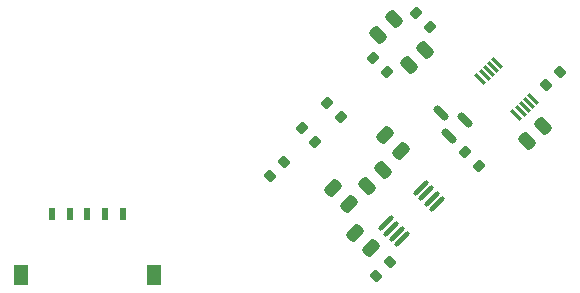
<source format=gbr>
%TF.GenerationSoftware,KiCad,Pcbnew,(6.0.9)*%
%TF.CreationDate,2023-03-28T01:31:43-07:00*%
%TF.ProjectId,solar-panel-side-Z,736f6c61-722d-4706-916e-656c2d736964,3.1*%
%TF.SameCoordinates,Original*%
%TF.FileFunction,Paste,Bot*%
%TF.FilePolarity,Positive*%
%FSLAX46Y46*%
G04 Gerber Fmt 4.6, Leading zero omitted, Abs format (unit mm)*
G04 Created by KiCad (PCBNEW (6.0.9)) date 2023-03-28 01:31:43*
%MOMM*%
%LPD*%
G01*
G04 APERTURE LIST*
G04 Aperture macros list*
%AMRoundRect*
0 Rectangle with rounded corners*
0 $1 Rounding radius*
0 $2 $3 $4 $5 $6 $7 $8 $9 X,Y pos of 4 corners*
0 Add a 4 corners polygon primitive as box body*
4,1,4,$2,$3,$4,$5,$6,$7,$8,$9,$2,$3,0*
0 Add four circle primitives for the rounded corners*
1,1,$1+$1,$2,$3*
1,1,$1+$1,$4,$5*
1,1,$1+$1,$6,$7*
1,1,$1+$1,$8,$9*
0 Add four rect primitives between the rounded corners*
20,1,$1+$1,$2,$3,$4,$5,0*
20,1,$1+$1,$4,$5,$6,$7,0*
20,1,$1+$1,$6,$7,$8,$9,0*
20,1,$1+$1,$8,$9,$2,$3,0*%
%AMRotRect*
0 Rectangle, with rotation*
0 The origin of the aperture is its center*
0 $1 length*
0 $2 width*
0 $3 Rotation angle, in degrees counterclockwise*
0 Add horizontal line*
21,1,$1,$2,0,0,$3*%
G04 Aperture macros list end*
%ADD10R,0.600000X1.000000*%
%ADD11R,1.250000X1.800000*%
%ADD12RotRect,1.100000X0.250000X135.000000*%
%ADD13RoundRect,0.250000X0.512652X0.159099X0.159099X0.512652X-0.512652X-0.159099X-0.159099X-0.512652X0*%
%ADD14RoundRect,0.250000X-0.512652X-0.159099X-0.159099X-0.512652X0.512652X0.159099X0.159099X0.512652X0*%
%ADD15RoundRect,0.250000X0.159099X-0.512652X0.512652X-0.159099X-0.159099X0.512652X-0.512652X0.159099X0*%
%ADD16RoundRect,0.200000X0.335876X0.053033X0.053033X0.335876X-0.335876X-0.053033X-0.053033X-0.335876X0*%
%ADD17RoundRect,0.200000X-0.053033X0.335876X-0.335876X0.053033X0.053033X-0.335876X0.335876X-0.053033X0*%
%ADD18RoundRect,0.250000X-0.159099X0.512652X-0.512652X0.159099X0.159099X-0.512652X0.512652X-0.159099X0*%
%ADD19RoundRect,0.200000X-0.335876X-0.053033X-0.053033X-0.335876X0.335876X0.053033X0.053033X0.335876X0*%
%ADD20RoundRect,0.100000X0.433103X0.574524X-0.574524X-0.433103X-0.433103X-0.574524X0.574524X0.433103X0*%
%ADD21RoundRect,0.150000X0.521491X-0.309359X-0.309359X0.521491X-0.521491X0.309359X0.309359X-0.521491X0*%
G04 APERTURE END LIST*
D10*
%TO.C,J1*%
X139278501Y-99850000D03*
X137778501Y-99850000D03*
X136278502Y-99850000D03*
X134778500Y-99850000D03*
X133278500Y-99850000D03*
D11*
X141883500Y-105040000D03*
X130673502Y-105040000D03*
%TD*%
D12*
%TO.C,U5*%
X174013122Y-90070652D03*
X173659569Y-90424205D03*
X173306016Y-90777759D03*
X172952462Y-91131312D03*
X172598909Y-91484865D03*
X169558350Y-88444306D03*
X169911903Y-88090753D03*
X170265456Y-87737199D03*
X170619010Y-87383646D03*
X170972563Y-87030093D03*
%TD*%
D13*
%TO.C,C6*%
X158386062Y-98994337D03*
X157042560Y-97650835D03*
%TD*%
D14*
%TO.C,C5*%
X161483190Y-93181922D03*
X162826692Y-94525424D03*
%TD*%
D15*
%TO.C,C7*%
X159941697Y-97438704D03*
X161285199Y-96095202D03*
%TD*%
D13*
%TO.C,C4*%
X160309393Y-102756148D03*
X158965891Y-101412646D03*
%TD*%
D15*
%TO.C,C8*%
X173539361Y-93698109D03*
X174882863Y-92354607D03*
%TD*%
D16*
%TO.C,FB1*%
X161617540Y-87843265D03*
X160450814Y-86676539D03*
%TD*%
D17*
%TO.C,R2*%
X152934268Y-95465877D03*
X151767542Y-96632603D03*
%TD*%
D18*
%TO.C,C9*%
X162232722Y-83324854D03*
X160889220Y-84668356D03*
%TD*%
D17*
%TO.C,FB3*%
X161914523Y-103922874D03*
X160747797Y-105089600D03*
%TD*%
D15*
%TO.C,C10*%
X163512587Y-87263437D03*
X164856089Y-85919935D03*
%TD*%
D19*
%TO.C,R5*%
X168243131Y-94610277D03*
X169409857Y-95777003D03*
%TD*%
%TO.C,R3*%
X156575867Y-90452490D03*
X157742593Y-91619216D03*
%TD*%
D16*
%TO.C,FB2*%
X165244998Y-83975391D03*
X164078272Y-82808665D03*
%TD*%
D20*
%TO.C,U4*%
X164520213Y-97626087D03*
X164979832Y-98085706D03*
X165439452Y-98545326D03*
X165899071Y-99004945D03*
X162911545Y-101992471D03*
X162451926Y-101532852D03*
X161992306Y-101073232D03*
X161532687Y-100613613D03*
%TD*%
D17*
%TO.C,R6*%
X176297077Y-87786695D03*
X175130351Y-88953421D03*
%TD*%
D21*
%TO.C,U6*%
X168250202Y-91916200D03*
X166906699Y-93259703D03*
X166252625Y-91262126D03*
%TD*%
D16*
%TO.C,R4*%
X155578849Y-93740535D03*
X154412123Y-92573809D03*
%TD*%
M02*

</source>
